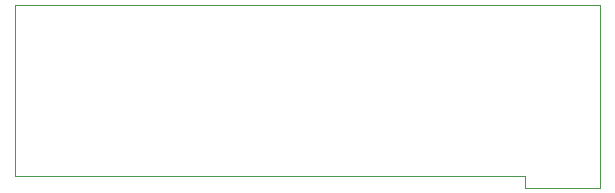
<source format=gbr>
G04 (created by PCBNEW (2013-07-07 BZR 4022)-stable) date 27/01/2014 10:25:57*
%MOIN*%
G04 Gerber Fmt 3.4, Leading zero omitted, Abs format*
%FSLAX34Y34*%
G01*
G70*
G90*
G04 APERTURE LIST*
%ADD10C,0.00590551*%
%ADD11C,0.00393701*%
G04 APERTURE END LIST*
G54D10*
G54D11*
X86500Y-59400D02*
X86500Y-65500D01*
X67000Y-59400D02*
X86500Y-59400D01*
X67000Y-65100D02*
X67000Y-59400D01*
X84000Y-65100D02*
X67000Y-65100D01*
X84000Y-65100D02*
X84000Y-65500D01*
X86500Y-65500D02*
X84000Y-65500D01*
M02*

</source>
